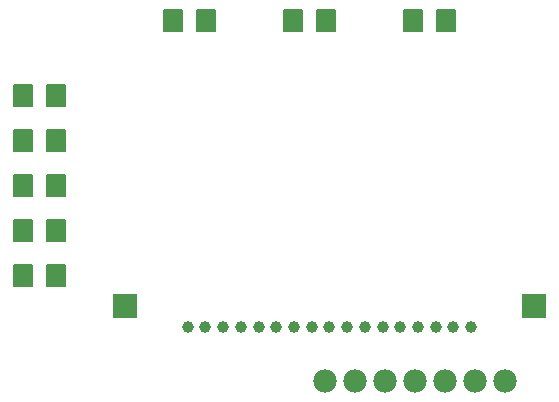
<source format=gts>
G75*
%MOIN*%
%OFA0B0*%
%FSLAX25Y25*%
%IPPOS*%
%LPD*%
%AMOC8*
5,1,8,0,0,1.08239X$1,22.5*
%
%ADD10C,0.00670*%
%ADD11C,0.07800*%
%ADD12R,0.08077X0.08077*%
%ADD13C,0.03898*%
D10*
X0007474Y0049408D02*
X0013502Y0049408D01*
X0013502Y0042592D01*
X0007474Y0042592D01*
X0007474Y0049408D01*
X0007474Y0043261D02*
X0013502Y0043261D01*
X0013502Y0043930D02*
X0007474Y0043930D01*
X0007474Y0044599D02*
X0013502Y0044599D01*
X0013502Y0045268D02*
X0007474Y0045268D01*
X0007474Y0045937D02*
X0013502Y0045937D01*
X0013502Y0046606D02*
X0007474Y0046606D01*
X0007474Y0047275D02*
X0013502Y0047275D01*
X0013502Y0047944D02*
X0007474Y0047944D01*
X0007474Y0048613D02*
X0013502Y0048613D01*
X0013502Y0049282D02*
X0007474Y0049282D01*
X0018498Y0049408D02*
X0024526Y0049408D01*
X0024526Y0042592D01*
X0018498Y0042592D01*
X0018498Y0049408D01*
X0018498Y0043261D02*
X0024526Y0043261D01*
X0024526Y0043930D02*
X0018498Y0043930D01*
X0018498Y0044599D02*
X0024526Y0044599D01*
X0024526Y0045268D02*
X0018498Y0045268D01*
X0018498Y0045937D02*
X0024526Y0045937D01*
X0024526Y0046606D02*
X0018498Y0046606D01*
X0018498Y0047275D02*
X0024526Y0047275D01*
X0024526Y0047944D02*
X0018498Y0047944D01*
X0018498Y0048613D02*
X0024526Y0048613D01*
X0024526Y0049282D02*
X0018498Y0049282D01*
X0018498Y0064408D02*
X0024526Y0064408D01*
X0024526Y0057592D01*
X0018498Y0057592D01*
X0018498Y0064408D01*
X0018498Y0058261D02*
X0024526Y0058261D01*
X0024526Y0058930D02*
X0018498Y0058930D01*
X0018498Y0059599D02*
X0024526Y0059599D01*
X0024526Y0060268D02*
X0018498Y0060268D01*
X0018498Y0060937D02*
X0024526Y0060937D01*
X0024526Y0061606D02*
X0018498Y0061606D01*
X0018498Y0062275D02*
X0024526Y0062275D01*
X0024526Y0062944D02*
X0018498Y0062944D01*
X0018498Y0063613D02*
X0024526Y0063613D01*
X0024526Y0064282D02*
X0018498Y0064282D01*
X0013502Y0064408D02*
X0007474Y0064408D01*
X0013502Y0064408D02*
X0013502Y0057592D01*
X0007474Y0057592D01*
X0007474Y0064408D01*
X0007474Y0058261D02*
X0013502Y0058261D01*
X0013502Y0058930D02*
X0007474Y0058930D01*
X0007474Y0059599D02*
X0013502Y0059599D01*
X0013502Y0060268D02*
X0007474Y0060268D01*
X0007474Y0060937D02*
X0013502Y0060937D01*
X0013502Y0061606D02*
X0007474Y0061606D01*
X0007474Y0062275D02*
X0013502Y0062275D01*
X0013502Y0062944D02*
X0007474Y0062944D01*
X0007474Y0063613D02*
X0013502Y0063613D01*
X0013502Y0064282D02*
X0007474Y0064282D01*
X0007474Y0079408D02*
X0013502Y0079408D01*
X0013502Y0072592D01*
X0007474Y0072592D01*
X0007474Y0079408D01*
X0007474Y0073261D02*
X0013502Y0073261D01*
X0013502Y0073930D02*
X0007474Y0073930D01*
X0007474Y0074599D02*
X0013502Y0074599D01*
X0013502Y0075268D02*
X0007474Y0075268D01*
X0007474Y0075937D02*
X0013502Y0075937D01*
X0013502Y0076606D02*
X0007474Y0076606D01*
X0007474Y0077275D02*
X0013502Y0077275D01*
X0013502Y0077944D02*
X0007474Y0077944D01*
X0007474Y0078613D02*
X0013502Y0078613D01*
X0013502Y0079282D02*
X0007474Y0079282D01*
X0018498Y0079408D02*
X0024526Y0079408D01*
X0024526Y0072592D01*
X0018498Y0072592D01*
X0018498Y0079408D01*
X0018498Y0073261D02*
X0024526Y0073261D01*
X0024526Y0073930D02*
X0018498Y0073930D01*
X0018498Y0074599D02*
X0024526Y0074599D01*
X0024526Y0075268D02*
X0018498Y0075268D01*
X0018498Y0075937D02*
X0024526Y0075937D01*
X0024526Y0076606D02*
X0018498Y0076606D01*
X0018498Y0077275D02*
X0024526Y0077275D01*
X0024526Y0077944D02*
X0018498Y0077944D01*
X0018498Y0078613D02*
X0024526Y0078613D01*
X0024526Y0079282D02*
X0018498Y0079282D01*
X0018498Y0094408D02*
X0024526Y0094408D01*
X0024526Y0087592D01*
X0018498Y0087592D01*
X0018498Y0094408D01*
X0018498Y0088261D02*
X0024526Y0088261D01*
X0024526Y0088930D02*
X0018498Y0088930D01*
X0018498Y0089599D02*
X0024526Y0089599D01*
X0024526Y0090268D02*
X0018498Y0090268D01*
X0018498Y0090937D02*
X0024526Y0090937D01*
X0024526Y0091606D02*
X0018498Y0091606D01*
X0018498Y0092275D02*
X0024526Y0092275D01*
X0024526Y0092944D02*
X0018498Y0092944D01*
X0018498Y0093613D02*
X0024526Y0093613D01*
X0024526Y0094282D02*
X0018498Y0094282D01*
X0013502Y0094408D02*
X0007474Y0094408D01*
X0013502Y0094408D02*
X0013502Y0087592D01*
X0007474Y0087592D01*
X0007474Y0094408D01*
X0007474Y0088261D02*
X0013502Y0088261D01*
X0013502Y0088930D02*
X0007474Y0088930D01*
X0007474Y0089599D02*
X0013502Y0089599D01*
X0013502Y0090268D02*
X0007474Y0090268D01*
X0007474Y0090937D02*
X0013502Y0090937D01*
X0013502Y0091606D02*
X0007474Y0091606D01*
X0007474Y0092275D02*
X0013502Y0092275D01*
X0013502Y0092944D02*
X0007474Y0092944D01*
X0007474Y0093613D02*
X0013502Y0093613D01*
X0013502Y0094282D02*
X0007474Y0094282D01*
X0007474Y0109408D02*
X0013502Y0109408D01*
X0013502Y0102592D01*
X0007474Y0102592D01*
X0007474Y0109408D01*
X0007474Y0103261D02*
X0013502Y0103261D01*
X0013502Y0103930D02*
X0007474Y0103930D01*
X0007474Y0104599D02*
X0013502Y0104599D01*
X0013502Y0105268D02*
X0007474Y0105268D01*
X0007474Y0105937D02*
X0013502Y0105937D01*
X0013502Y0106606D02*
X0007474Y0106606D01*
X0007474Y0107275D02*
X0013502Y0107275D01*
X0013502Y0107944D02*
X0007474Y0107944D01*
X0007474Y0108613D02*
X0013502Y0108613D01*
X0013502Y0109282D02*
X0007474Y0109282D01*
X0018498Y0109408D02*
X0024526Y0109408D01*
X0024526Y0102592D01*
X0018498Y0102592D01*
X0018498Y0109408D01*
X0018498Y0103261D02*
X0024526Y0103261D01*
X0024526Y0103930D02*
X0018498Y0103930D01*
X0018498Y0104599D02*
X0024526Y0104599D01*
X0024526Y0105268D02*
X0018498Y0105268D01*
X0018498Y0105937D02*
X0024526Y0105937D01*
X0024526Y0106606D02*
X0018498Y0106606D01*
X0018498Y0107275D02*
X0024526Y0107275D01*
X0024526Y0107944D02*
X0018498Y0107944D01*
X0018498Y0108613D02*
X0024526Y0108613D01*
X0024526Y0109282D02*
X0018498Y0109282D01*
X0057474Y0134408D02*
X0063502Y0134408D01*
X0063502Y0127592D01*
X0057474Y0127592D01*
X0057474Y0134408D01*
X0057474Y0128261D02*
X0063502Y0128261D01*
X0063502Y0128930D02*
X0057474Y0128930D01*
X0057474Y0129599D02*
X0063502Y0129599D01*
X0063502Y0130268D02*
X0057474Y0130268D01*
X0057474Y0130937D02*
X0063502Y0130937D01*
X0063502Y0131606D02*
X0057474Y0131606D01*
X0057474Y0132275D02*
X0063502Y0132275D01*
X0063502Y0132944D02*
X0057474Y0132944D01*
X0057474Y0133613D02*
X0063502Y0133613D01*
X0063502Y0134282D02*
X0057474Y0134282D01*
X0068498Y0134408D02*
X0074526Y0134408D01*
X0074526Y0127592D01*
X0068498Y0127592D01*
X0068498Y0134408D01*
X0068498Y0128261D02*
X0074526Y0128261D01*
X0074526Y0128930D02*
X0068498Y0128930D01*
X0068498Y0129599D02*
X0074526Y0129599D01*
X0074526Y0130268D02*
X0068498Y0130268D01*
X0068498Y0130937D02*
X0074526Y0130937D01*
X0074526Y0131606D02*
X0068498Y0131606D01*
X0068498Y0132275D02*
X0074526Y0132275D01*
X0074526Y0132944D02*
X0068498Y0132944D01*
X0068498Y0133613D02*
X0074526Y0133613D01*
X0074526Y0134282D02*
X0068498Y0134282D01*
X0097474Y0134408D02*
X0103502Y0134408D01*
X0103502Y0127592D01*
X0097474Y0127592D01*
X0097474Y0134408D01*
X0097474Y0128261D02*
X0103502Y0128261D01*
X0103502Y0128930D02*
X0097474Y0128930D01*
X0097474Y0129599D02*
X0103502Y0129599D01*
X0103502Y0130268D02*
X0097474Y0130268D01*
X0097474Y0130937D02*
X0103502Y0130937D01*
X0103502Y0131606D02*
X0097474Y0131606D01*
X0097474Y0132275D02*
X0103502Y0132275D01*
X0103502Y0132944D02*
X0097474Y0132944D01*
X0097474Y0133613D02*
X0103502Y0133613D01*
X0103502Y0134282D02*
X0097474Y0134282D01*
X0108498Y0134408D02*
X0114526Y0134408D01*
X0114526Y0127592D01*
X0108498Y0127592D01*
X0108498Y0134408D01*
X0108498Y0128261D02*
X0114526Y0128261D01*
X0114526Y0128930D02*
X0108498Y0128930D01*
X0108498Y0129599D02*
X0114526Y0129599D01*
X0114526Y0130268D02*
X0108498Y0130268D01*
X0108498Y0130937D02*
X0114526Y0130937D01*
X0114526Y0131606D02*
X0108498Y0131606D01*
X0108498Y0132275D02*
X0114526Y0132275D01*
X0114526Y0132944D02*
X0108498Y0132944D01*
X0108498Y0133613D02*
X0114526Y0133613D01*
X0114526Y0134282D02*
X0108498Y0134282D01*
X0137474Y0127592D02*
X0143502Y0127592D01*
X0137474Y0127592D02*
X0137474Y0134408D01*
X0143502Y0134408D01*
X0143502Y0127592D01*
X0143502Y0128261D02*
X0137474Y0128261D01*
X0137474Y0128930D02*
X0143502Y0128930D01*
X0143502Y0129599D02*
X0137474Y0129599D01*
X0137474Y0130268D02*
X0143502Y0130268D01*
X0143502Y0130937D02*
X0137474Y0130937D01*
X0137474Y0131606D02*
X0143502Y0131606D01*
X0143502Y0132275D02*
X0137474Y0132275D01*
X0137474Y0132944D02*
X0143502Y0132944D01*
X0143502Y0133613D02*
X0137474Y0133613D01*
X0137474Y0134282D02*
X0143502Y0134282D01*
X0148498Y0127592D02*
X0154526Y0127592D01*
X0148498Y0127592D02*
X0148498Y0134408D01*
X0154526Y0134408D01*
X0154526Y0127592D01*
X0154526Y0128261D02*
X0148498Y0128261D01*
X0148498Y0128930D02*
X0154526Y0128930D01*
X0154526Y0129599D02*
X0148498Y0129599D01*
X0148498Y0130268D02*
X0154526Y0130268D01*
X0154526Y0130937D02*
X0148498Y0130937D01*
X0148498Y0131606D02*
X0154526Y0131606D01*
X0154526Y0132275D02*
X0148498Y0132275D01*
X0148498Y0132944D02*
X0154526Y0132944D01*
X0154526Y0133613D02*
X0148498Y0133613D01*
X0148498Y0134282D02*
X0154526Y0134282D01*
D11*
X0151000Y0011000D03*
X0141000Y0011000D03*
X0131000Y0011000D03*
X0121000Y0011000D03*
X0111000Y0011000D03*
X0161000Y0011000D03*
X0171000Y0011000D03*
D12*
X0044386Y0036039D03*
X0180606Y0036039D03*
D13*
X0159740Y0028953D03*
X0153835Y0028953D03*
X0147929Y0028953D03*
X0142024Y0028953D03*
X0136118Y0028953D03*
X0130213Y0028953D03*
X0124307Y0028953D03*
X0118402Y0028953D03*
X0112496Y0028953D03*
X0106591Y0028953D03*
X0100685Y0028953D03*
X0094780Y0028953D03*
X0088874Y0028953D03*
X0082969Y0028953D03*
X0077063Y0028953D03*
X0071157Y0028953D03*
X0065252Y0028953D03*
M02*

</source>
